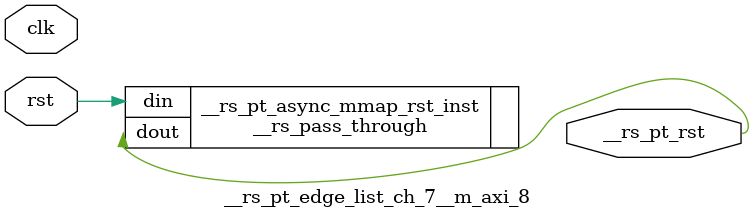
<source format=v>
`timescale 1 ns / 1 ps
/**   Generated by RapidStream   **/
module __rs_pt_edge_list_ch_7__m_axi_8 #(
    parameter BufferSize         = 32,
    parameter BufferSizeLog      = 5,
    parameter AddrWidth          = 64,
    parameter AxiSideAddrWidth   = 64,
    parameter DataWidth          = 512,
    parameter DataWidthBytesLog  = 6,
    parameter WaitTimeWidth      = 4,
    parameter BurstLenWidth      = 8,
    parameter EnableReadChannel  = 1,
    parameter EnableWriteChannel = 1,
    parameter MaxWaitTime        = 3,
    parameter MaxBurstLen        = 15
) (
    output wire __rs_pt_rst,
    input wire  clk,
    input wire  rst
);




__rs_pass_through #(
    .WIDTH (1)
) __rs_pt_async_mmap_rst_inst /**   Generated by RapidStream   **/ (
    .din  (rst),
    .dout (__rs_pt_rst)
);

endmodule  // __rs_pt_edge_list_ch_7__m_axi_8
</source>
